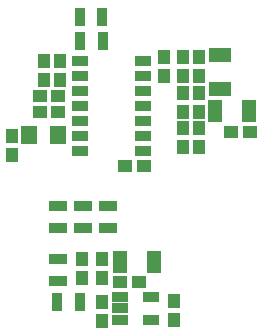
<source format=gbp>
%TF.GenerationSoftware,Altium Limited,Altium Designer,25.2.1 (25)*%
G04 Layer_Color=128*
%FSLAX25Y25*%
%MOIN*%
%TF.SameCoordinates,F6C81A79-D505-4479-B840-BDF532C21910*%
%TF.FilePolarity,Positive*%
%TF.FileFunction,Paste,Bot*%
%TF.Part,Single*%
G01*
G75*
%TA.AperFunction,SMDPad,CuDef*%
%ADD162R,0.03756X0.06118*%
%ADD166R,0.06118X0.03756*%
%ADD167R,0.04800X0.04100*%
%ADD170R,0.04100X0.04800*%
%ADD173R,0.05331X0.05921*%
%ADD196R,0.04543X0.07299*%
%ADD197R,0.07299X0.04543*%
%ADD198R,0.05646X0.03284*%
%ADD199R,0.05331X0.03362*%
D162*
X318504Y17520D02*
D03*
X325984D02*
D03*
X333465Y112402D02*
D03*
X325984D02*
D03*
X326181Y104527D02*
D03*
X333661D02*
D03*
D166*
X318898Y24409D02*
D03*
Y31890D02*
D03*
X335433Y49606D02*
D03*
Y42126D02*
D03*
X327165Y49606D02*
D03*
Y42126D02*
D03*
X318898Y49606D02*
D03*
Y42126D02*
D03*
D167*
X340945Y62795D02*
D03*
X347245D02*
D03*
X376378Y74213D02*
D03*
X382678D02*
D03*
X318898Y80905D02*
D03*
X312598D02*
D03*
X318898Y86024D02*
D03*
X312598D02*
D03*
X339370Y24213D02*
D03*
X345670D02*
D03*
D170*
X365748Y75394D02*
D03*
Y69095D02*
D03*
X360236Y80905D02*
D03*
Y87205D02*
D03*
X365748D02*
D03*
Y80905D02*
D03*
X360236Y75394D02*
D03*
Y69094D02*
D03*
X365748Y99016D02*
D03*
Y92716D02*
D03*
X360236Y92716D02*
D03*
Y99016D02*
D03*
X353937D02*
D03*
Y92716D02*
D03*
X303543Y66535D02*
D03*
Y72835D02*
D03*
X319291Y97835D02*
D03*
Y91535D02*
D03*
X314173Y91535D02*
D03*
Y97835D02*
D03*
X357480Y17914D02*
D03*
Y11614D02*
D03*
X333465Y31890D02*
D03*
Y25590D02*
D03*
X326772Y31890D02*
D03*
Y25590D02*
D03*
X333465Y17520D02*
D03*
Y11220D02*
D03*
D173*
X309055Y73032D02*
D03*
X318898D02*
D03*
D196*
X382480Y81299D02*
D03*
X371063D02*
D03*
X339370Y30906D02*
D03*
X350787D02*
D03*
D197*
X372835Y88386D02*
D03*
Y99803D02*
D03*
D198*
X326142Y97874D02*
D03*
Y92874D02*
D03*
Y87874D02*
D03*
Y82874D02*
D03*
Y77874D02*
D03*
Y72874D02*
D03*
Y67874D02*
D03*
X347087D02*
D03*
Y72874D02*
D03*
Y77874D02*
D03*
Y82874D02*
D03*
Y87874D02*
D03*
Y92874D02*
D03*
Y97874D02*
D03*
D199*
X339370Y11614D02*
D03*
Y15354D02*
D03*
Y19094D02*
D03*
X349606D02*
D03*
Y11614D02*
D03*
%TF.MD5,8d1a9742e6595e509981dd5106926b38*%
M02*

</source>
